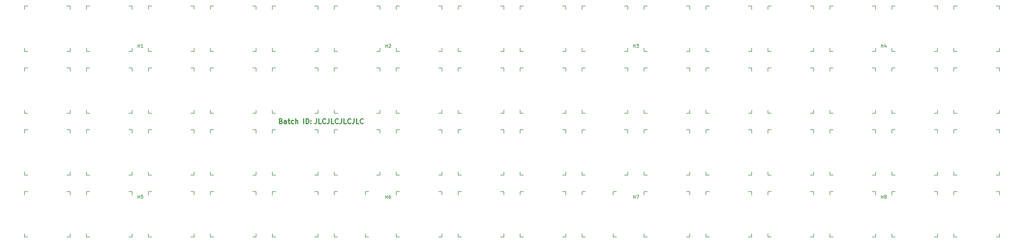
<source format=gbr>
%TF.GenerationSoftware,KiCad,Pcbnew,(6.0.0)*%
%TF.CreationDate,2022-09-01T01:50:03-04:00*%
%TF.ProjectId,HardLight,48617264-4c69-4676-9874-2e6b69636164,Mark 2 Rev F*%
%TF.SameCoordinates,Original*%
%TF.FileFunction,Legend,Top*%
%TF.FilePolarity,Positive*%
%FSLAX46Y46*%
G04 Gerber Fmt 4.6, Leading zero omitted, Abs format (unit mm)*
G04 Created by KiCad (PCBNEW (6.0.0)) date 2022-09-01 01:50:03*
%MOMM*%
%LPD*%
G01*
G04 APERTURE LIST*
%ADD10C,0.300000*%
%ADD11C,0.150000*%
G04 APERTURE END LIST*
D10*
X110736607Y-109430357D02*
X110950892Y-109501785D01*
X111022321Y-109573214D01*
X111093750Y-109716071D01*
X111093750Y-109930357D01*
X111022321Y-110073214D01*
X110950892Y-110144642D01*
X110808035Y-110216071D01*
X110236607Y-110216071D01*
X110236607Y-108716071D01*
X110736607Y-108716071D01*
X110879464Y-108787500D01*
X110950892Y-108858928D01*
X111022321Y-109001785D01*
X111022321Y-109144642D01*
X110950892Y-109287500D01*
X110879464Y-109358928D01*
X110736607Y-109430357D01*
X110236607Y-109430357D01*
X112379464Y-110216071D02*
X112379464Y-109430357D01*
X112308035Y-109287500D01*
X112165178Y-109216071D01*
X111879464Y-109216071D01*
X111736607Y-109287500D01*
X112379464Y-110144642D02*
X112236607Y-110216071D01*
X111879464Y-110216071D01*
X111736607Y-110144642D01*
X111665178Y-110001785D01*
X111665178Y-109858928D01*
X111736607Y-109716071D01*
X111879464Y-109644642D01*
X112236607Y-109644642D01*
X112379464Y-109573214D01*
X112879464Y-109216071D02*
X113450892Y-109216071D01*
X113093750Y-108716071D02*
X113093750Y-110001785D01*
X113165178Y-110144642D01*
X113308035Y-110216071D01*
X113450892Y-110216071D01*
X114593750Y-110144642D02*
X114450892Y-110216071D01*
X114165178Y-110216071D01*
X114022321Y-110144642D01*
X113950892Y-110073214D01*
X113879464Y-109930357D01*
X113879464Y-109501785D01*
X113950892Y-109358928D01*
X114022321Y-109287500D01*
X114165178Y-109216071D01*
X114450892Y-109216071D01*
X114593750Y-109287500D01*
X115236607Y-110216071D02*
X115236607Y-108716071D01*
X115879464Y-110216071D02*
X115879464Y-109430357D01*
X115808035Y-109287500D01*
X115665178Y-109216071D01*
X115450892Y-109216071D01*
X115308035Y-109287500D01*
X115236607Y-109358928D01*
X117736607Y-110216071D02*
X117736607Y-108716071D01*
X118450892Y-110216071D02*
X118450892Y-108716071D01*
X118808035Y-108716071D01*
X119022321Y-108787500D01*
X119165178Y-108930357D01*
X119236607Y-109073214D01*
X119308035Y-109358928D01*
X119308035Y-109573214D01*
X119236607Y-109858928D01*
X119165178Y-110001785D01*
X119022321Y-110144642D01*
X118808035Y-110216071D01*
X118450892Y-110216071D01*
X119950892Y-110073214D02*
X120022321Y-110144642D01*
X119950892Y-110216071D01*
X119879464Y-110144642D01*
X119950892Y-110073214D01*
X119950892Y-110216071D01*
X119950892Y-109287500D02*
X120022321Y-109358928D01*
X119950892Y-109430357D01*
X119879464Y-109358928D01*
X119950892Y-109287500D01*
X119950892Y-109430357D01*
X121658928Y-108716071D02*
X121658928Y-109787500D01*
X121587500Y-110001785D01*
X121444642Y-110144642D01*
X121230357Y-110216071D01*
X121087500Y-110216071D01*
X123087500Y-110216071D02*
X122373214Y-110216071D01*
X122373214Y-108716071D01*
X124444642Y-110073214D02*
X124373214Y-110144642D01*
X124158928Y-110216071D01*
X124016071Y-110216071D01*
X123801785Y-110144642D01*
X123658928Y-110001785D01*
X123587500Y-109858928D01*
X123516071Y-109573214D01*
X123516071Y-109358928D01*
X123587500Y-109073214D01*
X123658928Y-108930357D01*
X123801785Y-108787500D01*
X124016071Y-108716071D01*
X124158928Y-108716071D01*
X124373214Y-108787500D01*
X124444642Y-108858928D01*
X125516071Y-108716071D02*
X125516071Y-109787500D01*
X125444642Y-110001785D01*
X125301785Y-110144642D01*
X125087500Y-110216071D01*
X124944642Y-110216071D01*
X126944642Y-110216071D02*
X126230357Y-110216071D01*
X126230357Y-108716071D01*
X128301785Y-110073214D02*
X128230357Y-110144642D01*
X128016071Y-110216071D01*
X127873214Y-110216071D01*
X127658928Y-110144642D01*
X127516071Y-110001785D01*
X127444642Y-109858928D01*
X127373214Y-109573214D01*
X127373214Y-109358928D01*
X127444642Y-109073214D01*
X127516071Y-108930357D01*
X127658928Y-108787500D01*
X127873214Y-108716071D01*
X128016071Y-108716071D01*
X128230357Y-108787500D01*
X128301785Y-108858928D01*
X129373214Y-108716071D02*
X129373214Y-109787500D01*
X129301785Y-110001785D01*
X129158928Y-110144642D01*
X128944642Y-110216071D01*
X128801785Y-110216071D01*
X130801785Y-110216071D02*
X130087500Y-110216071D01*
X130087500Y-108716071D01*
X132158928Y-110073214D02*
X132087500Y-110144642D01*
X131873214Y-110216071D01*
X131730357Y-110216071D01*
X131516071Y-110144642D01*
X131373214Y-110001785D01*
X131301785Y-109858928D01*
X131230357Y-109573214D01*
X131230357Y-109358928D01*
X131301785Y-109073214D01*
X131373214Y-108930357D01*
X131516071Y-108787500D01*
X131730357Y-108716071D01*
X131873214Y-108716071D01*
X132087500Y-108787500D01*
X132158928Y-108858928D01*
X133230357Y-108716071D02*
X133230357Y-109787500D01*
X133158928Y-110001785D01*
X133016071Y-110144642D01*
X132801785Y-110216071D01*
X132658928Y-110216071D01*
X134658928Y-110216071D02*
X133944642Y-110216071D01*
X133944642Y-108716071D01*
X136016071Y-110073214D02*
X135944642Y-110144642D01*
X135730357Y-110216071D01*
X135587500Y-110216071D01*
X135373214Y-110144642D01*
X135230357Y-110001785D01*
X135158928Y-109858928D01*
X135087500Y-109573214D01*
X135087500Y-109358928D01*
X135158928Y-109073214D01*
X135230357Y-108930357D01*
X135373214Y-108787500D01*
X135587500Y-108716071D01*
X135730357Y-108716071D01*
X135944642Y-108787500D01*
X136016071Y-108858928D01*
D11*
%TO.C,H1*%
X66706845Y-86734180D02*
X66706845Y-85734180D01*
X66706845Y-86210371D02*
X67278273Y-86210371D01*
X67278273Y-86734180D02*
X67278273Y-85734180D01*
X68278273Y-86734180D02*
X67706845Y-86734180D01*
X67992559Y-86734180D02*
X67992559Y-85734180D01*
X67897321Y-85877038D01*
X67802083Y-85972276D01*
X67706845Y-86019895D01*
%TO.C,H2*%
X142906845Y-86739880D02*
X142906845Y-85739880D01*
X142906845Y-86216071D02*
X143478273Y-86216071D01*
X143478273Y-86739880D02*
X143478273Y-85739880D01*
X143906845Y-85835119D02*
X143954464Y-85787500D01*
X144049702Y-85739880D01*
X144287797Y-85739880D01*
X144383035Y-85787500D01*
X144430654Y-85835119D01*
X144478273Y-85930357D01*
X144478273Y-86025595D01*
X144430654Y-86168452D01*
X143859226Y-86739880D01*
X144478273Y-86739880D01*
%TO.C,H3*%
X219106845Y-86734180D02*
X219106845Y-85734180D01*
X219106845Y-86210371D02*
X219678273Y-86210371D01*
X219678273Y-86734180D02*
X219678273Y-85734180D01*
X220059226Y-85734180D02*
X220678273Y-85734180D01*
X220344940Y-86115133D01*
X220487797Y-86115133D01*
X220583035Y-86162752D01*
X220630654Y-86210371D01*
X220678273Y-86305609D01*
X220678273Y-86543704D01*
X220630654Y-86638942D01*
X220583035Y-86686561D01*
X220487797Y-86734180D01*
X220202083Y-86734180D01*
X220106845Y-86686561D01*
X220059226Y-86638942D01*
%TO.C,H4*%
X295302045Y-86734180D02*
X295302045Y-85734180D01*
X295302045Y-86210371D02*
X295873473Y-86210371D01*
X295873473Y-86734180D02*
X295873473Y-85734180D01*
X296778235Y-86067514D02*
X296778235Y-86734180D01*
X296540140Y-85686561D02*
X296302045Y-86400847D01*
X296921092Y-86400847D01*
%TO.C,H5*%
X66706845Y-133231780D02*
X66706845Y-132231780D01*
X66706845Y-132707971D02*
X67278273Y-132707971D01*
X67278273Y-133231780D02*
X67278273Y-132231780D01*
X68230654Y-132231780D02*
X67754464Y-132231780D01*
X67706845Y-132707971D01*
X67754464Y-132660352D01*
X67849702Y-132612733D01*
X68087797Y-132612733D01*
X68183035Y-132660352D01*
X68230654Y-132707971D01*
X68278273Y-132803209D01*
X68278273Y-133041304D01*
X68230654Y-133136542D01*
X68183035Y-133184161D01*
X68087797Y-133231780D01*
X67849702Y-133231780D01*
X67754464Y-133184161D01*
X67706845Y-133136542D01*
%TO.C,H6*%
X142906845Y-133237480D02*
X142906845Y-132237480D01*
X142906845Y-132713671D02*
X143478273Y-132713671D01*
X143478273Y-133237480D02*
X143478273Y-132237480D01*
X144383035Y-132237480D02*
X144192559Y-132237480D01*
X144097321Y-132285100D01*
X144049702Y-132332719D01*
X143954464Y-132475576D01*
X143906845Y-132666052D01*
X143906845Y-133047004D01*
X143954464Y-133142242D01*
X144002083Y-133189861D01*
X144097321Y-133237480D01*
X144287797Y-133237480D01*
X144383035Y-133189861D01*
X144430654Y-133142242D01*
X144478273Y-133047004D01*
X144478273Y-132808909D01*
X144430654Y-132713671D01*
X144383035Y-132666052D01*
X144287797Y-132618433D01*
X144097321Y-132618433D01*
X144002083Y-132666052D01*
X143954464Y-132713671D01*
X143906845Y-132808909D01*
%TO.C,H7*%
X219106845Y-133231780D02*
X219106845Y-132231780D01*
X219106845Y-132707971D02*
X219678273Y-132707971D01*
X219678273Y-133231780D02*
X219678273Y-132231780D01*
X220059226Y-132231780D02*
X220725892Y-132231780D01*
X220297321Y-133231780D01*
%TO.C,H8*%
X295302045Y-133231780D02*
X295302045Y-132231780D01*
X295302045Y-132707971D02*
X295873473Y-132707971D01*
X295873473Y-133231780D02*
X295873473Y-132231780D01*
X296492521Y-132660352D02*
X296397283Y-132612733D01*
X296349664Y-132565114D01*
X296302045Y-132469876D01*
X296302045Y-132422257D01*
X296349664Y-132327019D01*
X296397283Y-132279400D01*
X296492521Y-132231780D01*
X296682997Y-132231780D01*
X296778235Y-132279400D01*
X296825854Y-132327019D01*
X296873473Y-132422257D01*
X296873473Y-132469876D01*
X296825854Y-132565114D01*
X296778235Y-132612733D01*
X296682997Y-132660352D01*
X296492521Y-132660352D01*
X296397283Y-132707971D01*
X296349664Y-132755590D01*
X296302045Y-132850828D01*
X296302045Y-133041304D01*
X296349664Y-133136542D01*
X296397283Y-133184161D01*
X296492521Y-133231780D01*
X296682997Y-133231780D01*
X296778235Y-133184161D01*
X296825854Y-133136542D01*
X296873473Y-133041304D01*
X296873473Y-132850828D01*
X296825854Y-132755590D01*
X296778235Y-132707971D01*
X296682997Y-132660352D01*
%TO.C,K2*%
X64943750Y-86962500D02*
X64943750Y-87962500D01*
X50943750Y-74962500D02*
X50943750Y-73962500D01*
X50943750Y-87962500D02*
X50943750Y-86962500D01*
X64943750Y-73962500D02*
X64943750Y-74962500D01*
X50943750Y-87962500D02*
X51943750Y-87962500D01*
X51943750Y-73962500D02*
X50943750Y-73962500D01*
X63943750Y-87962500D02*
X64943750Y-87962500D01*
X64943750Y-73962500D02*
X63943750Y-73962500D01*
%TO.C,K3*%
X83993750Y-86949800D02*
X83993750Y-87949800D01*
X69993750Y-87949800D02*
X70993750Y-87949800D01*
X69993750Y-87949800D02*
X69993750Y-86949800D01*
X69993750Y-74949800D02*
X69993750Y-73949800D01*
X83993750Y-73949800D02*
X82993750Y-73949800D01*
X70993750Y-73949800D02*
X69993750Y-73949800D01*
X82993750Y-87949800D02*
X83993750Y-87949800D01*
X83993750Y-73949800D02*
X83993750Y-74949800D01*
%TO.C,K6*%
X141143750Y-73962500D02*
X141143750Y-74962500D01*
X141143750Y-86962500D02*
X141143750Y-87962500D01*
X140143750Y-87962500D02*
X141143750Y-87962500D01*
X127143750Y-87962500D02*
X128143750Y-87962500D01*
X141143750Y-73962500D02*
X140143750Y-73962500D01*
X127143750Y-87962500D02*
X127143750Y-86962500D01*
X128143750Y-73962500D02*
X127143750Y-73962500D01*
X127143750Y-74962500D02*
X127143750Y-73962500D01*
%TO.C,K7*%
X160193750Y-86962500D02*
X160193750Y-87962500D01*
X160193750Y-73962500D02*
X160193750Y-74962500D01*
X160193750Y-73962500D02*
X159193750Y-73962500D01*
X146193750Y-74962500D02*
X146193750Y-73962500D01*
X146193750Y-87962500D02*
X146193750Y-86962500D01*
X146193750Y-87962500D02*
X147193750Y-87962500D01*
X159193750Y-87962500D02*
X160193750Y-87962500D01*
X147193750Y-73962500D02*
X146193750Y-73962500D01*
%TO.C,K8*%
X179243750Y-86962500D02*
X179243750Y-87962500D01*
X165243750Y-87962500D02*
X165243750Y-86962500D01*
X165243750Y-87962500D02*
X166243750Y-87962500D01*
X166243750Y-73962500D02*
X165243750Y-73962500D01*
X179243750Y-73962500D02*
X178243750Y-73962500D01*
X178243750Y-87962500D02*
X179243750Y-87962500D01*
X165243750Y-74962500D02*
X165243750Y-73962500D01*
X179243750Y-73962500D02*
X179243750Y-74962500D01*
%TO.C,K9*%
X198293750Y-73962500D02*
X197293750Y-73962500D01*
X198293750Y-73962500D02*
X198293750Y-74962500D01*
X184293750Y-87962500D02*
X185293750Y-87962500D01*
X184293750Y-74962500D02*
X184293750Y-73962500D01*
X197293750Y-87962500D02*
X198293750Y-87962500D01*
X198293750Y-86962500D02*
X198293750Y-87962500D01*
X184293750Y-87962500D02*
X184293750Y-86962500D01*
X185293750Y-73962500D02*
X184293750Y-73962500D01*
%TO.C,K10*%
X217343750Y-73962500D02*
X216343750Y-73962500D01*
X204343750Y-73962500D02*
X203343750Y-73962500D01*
X216343750Y-87962500D02*
X217343750Y-87962500D01*
X217343750Y-73962500D02*
X217343750Y-74962500D01*
X203343750Y-74962500D02*
X203343750Y-73962500D01*
X217343750Y-86962500D02*
X217343750Y-87962500D01*
X203343750Y-87962500D02*
X204343750Y-87962500D01*
X203343750Y-87962500D02*
X203343750Y-86962500D01*
%TO.C,K11*%
X236393750Y-73962500D02*
X235393750Y-73962500D01*
X222393750Y-87962500D02*
X223393750Y-87962500D01*
X235393750Y-87962500D02*
X236393750Y-87962500D01*
X236393750Y-86962500D02*
X236393750Y-87962500D01*
X236393750Y-73962500D02*
X236393750Y-74962500D01*
X223393750Y-73962500D02*
X222393750Y-73962500D01*
X222393750Y-87962500D02*
X222393750Y-86962500D01*
X222393750Y-74962500D02*
X222393750Y-73962500D01*
%TO.C,K12*%
X242443750Y-73962500D02*
X241443750Y-73962500D01*
X241443750Y-74962500D02*
X241443750Y-73962500D01*
X254443750Y-87962500D02*
X255443750Y-87962500D01*
X241443750Y-87962500D02*
X242443750Y-87962500D01*
X255443750Y-73962500D02*
X254443750Y-73962500D01*
X255443750Y-86962500D02*
X255443750Y-87962500D01*
X241443750Y-87962500D02*
X241443750Y-86962500D01*
X255443750Y-73962500D02*
X255443750Y-74962500D01*
%TO.C,K13*%
X273493750Y-87962500D02*
X274493750Y-87962500D01*
X274493750Y-73962500D02*
X274493750Y-74962500D01*
X260493750Y-87962500D02*
X261493750Y-87962500D01*
X260493750Y-74962500D02*
X260493750Y-73962500D01*
X260493750Y-87962500D02*
X260493750Y-86962500D01*
X274493750Y-73962500D02*
X273493750Y-73962500D01*
X261493750Y-73962500D02*
X260493750Y-73962500D01*
X274493750Y-86962500D02*
X274493750Y-87962500D01*
%TO.C,K14*%
X279543750Y-87962500D02*
X279543750Y-86962500D01*
X293543750Y-73962500D02*
X292543750Y-73962500D01*
X279543750Y-74962500D02*
X279543750Y-73962500D01*
X279543750Y-87962500D02*
X280543750Y-87962500D01*
X293543750Y-73962500D02*
X293543750Y-74962500D01*
X293543750Y-86962500D02*
X293543750Y-87962500D01*
X292543750Y-87962500D02*
X293543750Y-87962500D01*
X280543750Y-73962500D02*
X279543750Y-73962500D01*
%TO.C,K15*%
X312593750Y-73962500D02*
X311593750Y-73962500D01*
X311593750Y-87962500D02*
X312593750Y-87962500D01*
X312593750Y-86962500D02*
X312593750Y-87962500D01*
X298593750Y-87962500D02*
X299593750Y-87962500D01*
X312593750Y-73962500D02*
X312593750Y-74962500D01*
X298593750Y-87962500D02*
X298593750Y-86962500D01*
X299593750Y-73962500D02*
X298593750Y-73962500D01*
X298593750Y-74962500D02*
X298593750Y-73962500D01*
%TO.C,K16*%
X331643750Y-86962500D02*
X331643750Y-87962500D01*
X317643750Y-87962500D02*
X318643750Y-87962500D01*
X331643750Y-73962500D02*
X330643750Y-73962500D01*
X317643750Y-74962500D02*
X317643750Y-73962500D01*
X317643750Y-87962500D02*
X317643750Y-86962500D01*
X331643750Y-73962500D02*
X331643750Y-74962500D01*
X318643750Y-73962500D02*
X317643750Y-73962500D01*
X330643750Y-87962500D02*
X331643750Y-87962500D01*
%TO.C,K17*%
X31893750Y-107012500D02*
X31893750Y-106012500D01*
X31893750Y-94012500D02*
X31893750Y-93012500D01*
X44893750Y-107012500D02*
X45893750Y-107012500D01*
X32893750Y-93012500D02*
X31893750Y-93012500D01*
X31893750Y-107012500D02*
X32893750Y-107012500D01*
X45893750Y-106012500D02*
X45893750Y-107012500D01*
X45893750Y-93012500D02*
X44893750Y-93012500D01*
X45893750Y-93012500D02*
X45893750Y-94012500D01*
%TO.C,K18*%
X64943750Y-93012500D02*
X63943750Y-93012500D01*
X50943750Y-107012500D02*
X50943750Y-106012500D01*
X50943750Y-94012500D02*
X50943750Y-93012500D01*
X64943750Y-106012500D02*
X64943750Y-107012500D01*
X51943750Y-93012500D02*
X50943750Y-93012500D01*
X64943750Y-93012500D02*
X64943750Y-94012500D01*
X50943750Y-107012500D02*
X51943750Y-107012500D01*
X63943750Y-107012500D02*
X64943750Y-107012500D01*
%TO.C,K19*%
X70993750Y-93012500D02*
X69993750Y-93012500D01*
X83993750Y-93012500D02*
X83993750Y-94012500D01*
X83993750Y-93012500D02*
X82993750Y-93012500D01*
X69993750Y-107012500D02*
X69993750Y-106012500D01*
X69993750Y-94012500D02*
X69993750Y-93012500D01*
X83993750Y-106012500D02*
X83993750Y-107012500D01*
X82993750Y-107012500D02*
X83993750Y-107012500D01*
X69993750Y-107012500D02*
X70993750Y-107012500D01*
%TO.C,K22*%
X128143750Y-93012500D02*
X127143750Y-93012500D01*
X141143750Y-106012500D02*
X141143750Y-107012500D01*
X127143750Y-107012500D02*
X128143750Y-107012500D01*
X141143750Y-93012500D02*
X141143750Y-94012500D01*
X127143750Y-107012500D02*
X127143750Y-106012500D01*
X141143750Y-93012500D02*
X140143750Y-93012500D01*
X127143750Y-94012500D02*
X127143750Y-93012500D01*
X140143750Y-107012500D02*
X141143750Y-107012500D01*
%TO.C,K23*%
X160193750Y-106012500D02*
X160193750Y-107012500D01*
X160193750Y-93012500D02*
X160193750Y-94012500D01*
X146193750Y-107012500D02*
X146193750Y-106012500D01*
X160193750Y-93012500D02*
X159193750Y-93012500D01*
X159193750Y-107012500D02*
X160193750Y-107012500D01*
X147193750Y-93012500D02*
X146193750Y-93012500D01*
X146193750Y-94012500D02*
X146193750Y-93012500D01*
X146193750Y-107012500D02*
X147193750Y-107012500D01*
%TO.C,K24*%
X179243750Y-106012500D02*
X179243750Y-107012500D01*
X165243750Y-94012500D02*
X165243750Y-93012500D01*
X165243750Y-107012500D02*
X165243750Y-106012500D01*
X178243750Y-107012500D02*
X179243750Y-107012500D01*
X179243750Y-93012500D02*
X179243750Y-94012500D01*
X165243750Y-107012500D02*
X166243750Y-107012500D01*
X179243750Y-93012500D02*
X178243750Y-93012500D01*
X166243750Y-93012500D02*
X165243750Y-93012500D01*
%TO.C,K25*%
X198293750Y-93012500D02*
X197293750Y-93012500D01*
X185293750Y-93012500D02*
X184293750Y-93012500D01*
X184293750Y-94012500D02*
X184293750Y-93012500D01*
X198293750Y-93012500D02*
X198293750Y-94012500D01*
X197293750Y-107012500D02*
X198293750Y-107012500D01*
X184293750Y-107012500D02*
X184293750Y-106012500D01*
X198293750Y-106012500D02*
X198293750Y-107012500D01*
X184293750Y-107012500D02*
X185293750Y-107012500D01*
%TO.C,K26*%
X217343750Y-106012500D02*
X217343750Y-107012500D01*
X203343750Y-107012500D02*
X204343750Y-107012500D01*
X203343750Y-94012500D02*
X203343750Y-93012500D01*
X203343750Y-107012500D02*
X203343750Y-106012500D01*
X217343750Y-93012500D02*
X217343750Y-94012500D01*
X204343750Y-93012500D02*
X203343750Y-93012500D01*
X216343750Y-107012500D02*
X217343750Y-107012500D01*
X217343750Y-93012500D02*
X216343750Y-93012500D01*
%TO.C,K27*%
X222393750Y-107012500D02*
X223393750Y-107012500D01*
X236393750Y-106012500D02*
X236393750Y-107012500D01*
X236393750Y-93012500D02*
X236393750Y-94012500D01*
X222393750Y-94012500D02*
X222393750Y-93012500D01*
X235393750Y-107012500D02*
X236393750Y-107012500D01*
X223393750Y-93012500D02*
X222393750Y-93012500D01*
X236393750Y-93012500D02*
X235393750Y-93012500D01*
X222393750Y-107012500D02*
X222393750Y-106012500D01*
%TO.C,K28*%
X255443750Y-93012500D02*
X254443750Y-93012500D01*
X241443750Y-107012500D02*
X241443750Y-106012500D01*
X242443750Y-93012500D02*
X241443750Y-93012500D01*
X255443750Y-93012500D02*
X255443750Y-94012500D01*
X241443750Y-94012500D02*
X241443750Y-93012500D01*
X241443750Y-107012500D02*
X242443750Y-107012500D01*
X255443750Y-106012500D02*
X255443750Y-107012500D01*
X254443750Y-107012500D02*
X255443750Y-107012500D01*
%TO.C,K29*%
X274493750Y-93012500D02*
X273493750Y-93012500D01*
X260493750Y-107012500D02*
X260493750Y-106012500D01*
X261493750Y-93012500D02*
X260493750Y-93012500D01*
X260493750Y-107012500D02*
X261493750Y-107012500D01*
X274493750Y-93012500D02*
X274493750Y-94012500D01*
X274493750Y-106012500D02*
X274493750Y-107012500D01*
X273493750Y-107012500D02*
X274493750Y-107012500D01*
X260493750Y-94012500D02*
X260493750Y-93012500D01*
%TO.C,K30*%
X280543750Y-93012500D02*
X279543750Y-93012500D01*
X293543750Y-106012500D02*
X293543750Y-107012500D01*
X279543750Y-107012500D02*
X279543750Y-106012500D01*
X279543750Y-94012500D02*
X279543750Y-93012500D01*
X279543750Y-107012500D02*
X280543750Y-107012500D01*
X293543750Y-93012500D02*
X293543750Y-94012500D01*
X293543750Y-93012500D02*
X292543750Y-93012500D01*
X292543750Y-107012500D02*
X293543750Y-107012500D01*
%TO.C,K31*%
X312593750Y-106012500D02*
X312593750Y-107012500D01*
X311593750Y-107012500D02*
X312593750Y-107012500D01*
X312593750Y-93012500D02*
X312593750Y-94012500D01*
X312593750Y-93012500D02*
X311593750Y-93012500D01*
X298593750Y-107012500D02*
X299593750Y-107012500D01*
X298593750Y-94012500D02*
X298593750Y-93012500D01*
X298593750Y-107012500D02*
X298593750Y-106012500D01*
X299593750Y-93012500D02*
X298593750Y-93012500D01*
%TO.C,K32*%
X317643750Y-94012500D02*
X317643750Y-93012500D01*
X331643750Y-93012500D02*
X331643750Y-94012500D01*
X330643750Y-107012500D02*
X331643750Y-107012500D01*
X331643750Y-93012500D02*
X330643750Y-93012500D01*
X318643750Y-93012500D02*
X317643750Y-93012500D01*
X317643750Y-107012500D02*
X318643750Y-107012500D01*
X317643750Y-107012500D02*
X317643750Y-106012500D01*
X331643750Y-106012500D02*
X331643750Y-107012500D01*
%TO.C,K33*%
X45893750Y-112062500D02*
X44893750Y-112062500D01*
X45893750Y-125062500D02*
X45893750Y-126062500D01*
X31893750Y-126062500D02*
X31893750Y-125062500D01*
X45893750Y-112062500D02*
X45893750Y-113062500D01*
X44893750Y-126062500D02*
X45893750Y-126062500D01*
X31893750Y-113062500D02*
X31893750Y-112062500D01*
X31893750Y-126062500D02*
X32893750Y-126062500D01*
X32893750Y-112062500D02*
X31893750Y-112062500D01*
%TO.C,K34*%
X50943750Y-113062500D02*
X50943750Y-112062500D01*
X50943750Y-126062500D02*
X51943750Y-126062500D01*
X63943750Y-126062500D02*
X64943750Y-126062500D01*
X64943750Y-125062500D02*
X64943750Y-126062500D01*
X51943750Y-112062500D02*
X50943750Y-112062500D01*
X64943750Y-112062500D02*
X63943750Y-112062500D01*
X50943750Y-126062500D02*
X50943750Y-125062500D01*
X64943750Y-112062500D02*
X64943750Y-113062500D01*
%TO.C,K35*%
X69993750Y-126062500D02*
X70993750Y-126062500D01*
X69993750Y-126062500D02*
X69993750Y-125062500D01*
X83993750Y-112062500D02*
X82993750Y-112062500D01*
X70993750Y-112062500D02*
X69993750Y-112062500D01*
X83993750Y-112062500D02*
X83993750Y-113062500D01*
X83993750Y-125062500D02*
X83993750Y-126062500D01*
X82993750Y-126062500D02*
X83993750Y-126062500D01*
X69993750Y-113062500D02*
X69993750Y-112062500D01*
%TO.C,K36*%
X90043750Y-112062500D02*
X89043750Y-112062500D01*
X103043750Y-112062500D02*
X102043750Y-112062500D01*
X89043750Y-126062500D02*
X90043750Y-126062500D01*
X102043750Y-126062500D02*
X103043750Y-126062500D01*
X89043750Y-126062500D02*
X89043750Y-125062500D01*
X103043750Y-125062500D02*
X103043750Y-126062500D01*
X89043750Y-113062500D02*
X89043750Y-112062500D01*
X103043750Y-112062500D02*
X103043750Y-113062500D01*
%TO.C,K37*%
X122093750Y-112062500D02*
X122093750Y-113062500D01*
X109093750Y-112062500D02*
X108093750Y-112062500D01*
X122093750Y-125062500D02*
X122093750Y-126062500D01*
X108093750Y-126062500D02*
X109093750Y-126062500D01*
X108093750Y-126062500D02*
X108093750Y-125062500D01*
X122093750Y-112062500D02*
X121093750Y-112062500D01*
X108093750Y-113062500D02*
X108093750Y-112062500D01*
X121093750Y-126062500D02*
X122093750Y-126062500D01*
%TO.C,K38*%
X127143750Y-113062500D02*
X127143750Y-112062500D01*
X140143750Y-126062500D02*
X141143750Y-126062500D01*
X128143750Y-112062500D02*
X127143750Y-112062500D01*
X141143750Y-112062500D02*
X140143750Y-112062500D01*
X127143750Y-126062500D02*
X128143750Y-126062500D01*
X141143750Y-112062500D02*
X141143750Y-113062500D01*
X141143750Y-125062500D02*
X141143750Y-126062500D01*
X127143750Y-126062500D02*
X127143750Y-125062500D01*
%TO.C,K39*%
X147193750Y-112062500D02*
X146193750Y-112062500D01*
X160193750Y-112062500D02*
X159193750Y-112062500D01*
X146193750Y-113062500D02*
X146193750Y-112062500D01*
X159193750Y-126062500D02*
X160193750Y-126062500D01*
X146193750Y-126062500D02*
X146193750Y-125062500D01*
X160193750Y-125062500D02*
X160193750Y-126062500D01*
X160193750Y-112062500D02*
X160193750Y-113062500D01*
X146193750Y-126062500D02*
X147193750Y-126062500D01*
%TO.C,K40*%
X179243750Y-112062500D02*
X179243750Y-113062500D01*
X178243750Y-126062500D02*
X179243750Y-126062500D01*
X165243750Y-126062500D02*
X166243750Y-126062500D01*
X166243750Y-112062500D02*
X165243750Y-112062500D01*
X179243750Y-112062500D02*
X178243750Y-112062500D01*
X179243750Y-125062500D02*
X179243750Y-126062500D01*
X165243750Y-113062500D02*
X165243750Y-112062500D01*
X165243750Y-126062500D02*
X165243750Y-125062500D01*
%TO.C,K41*%
X184293750Y-126062500D02*
X184293750Y-125062500D01*
X197293750Y-126062500D02*
X198293750Y-126062500D01*
X198293750Y-112062500D02*
X198293750Y-113062500D01*
X184293750Y-126062500D02*
X185293750Y-126062500D01*
X198293750Y-125062500D02*
X198293750Y-126062500D01*
X198293750Y-112062500D02*
X197293750Y-112062500D01*
X185293750Y-112062500D02*
X184293750Y-112062500D01*
X184293750Y-113062500D02*
X184293750Y-112062500D01*
%TO.C,K42*%
X203343750Y-126062500D02*
X204343750Y-126062500D01*
X203343750Y-126062500D02*
X203343750Y-125062500D01*
X217343750Y-112062500D02*
X217343750Y-113062500D01*
X217343750Y-112062500D02*
X216343750Y-112062500D01*
X204343750Y-112062500D02*
X203343750Y-112062500D01*
X203343750Y-113062500D02*
X203343750Y-112062500D01*
X216343750Y-126062500D02*
X217343750Y-126062500D01*
X217343750Y-125062500D02*
X217343750Y-126062500D01*
%TO.C,K43*%
X236393750Y-125062500D02*
X236393750Y-126062500D01*
X223393750Y-112062500D02*
X222393750Y-112062500D01*
X235393750Y-126062500D02*
X236393750Y-126062500D01*
X222393750Y-126062500D02*
X222393750Y-125062500D01*
X222393750Y-126062500D02*
X223393750Y-126062500D01*
X236393750Y-112062500D02*
X235393750Y-112062500D01*
X222393750Y-113062500D02*
X222393750Y-112062500D01*
X236393750Y-112062500D02*
X236393750Y-113062500D01*
%TO.C,K44*%
X241443750Y-113062500D02*
X241443750Y-112062500D01*
X254443750Y-126062500D02*
X255443750Y-126062500D01*
X255443750Y-125062500D02*
X255443750Y-126062500D01*
X241443750Y-126062500D02*
X242443750Y-126062500D01*
X242443750Y-112062500D02*
X241443750Y-112062500D01*
X241443750Y-126062500D02*
X241443750Y-125062500D01*
X255443750Y-112062500D02*
X254443750Y-112062500D01*
X255443750Y-112062500D02*
X255443750Y-113062500D01*
%TO.C,K45*%
X274493750Y-112062500D02*
X273493750Y-112062500D01*
X261493750Y-112062500D02*
X260493750Y-112062500D01*
X273493750Y-126062500D02*
X274493750Y-126062500D01*
X260493750Y-126062500D02*
X261493750Y-126062500D01*
X260493750Y-113062500D02*
X260493750Y-112062500D01*
X260493750Y-126062500D02*
X260493750Y-125062500D01*
X274493750Y-125062500D02*
X274493750Y-126062500D01*
X274493750Y-112062500D02*
X274493750Y-113062500D01*
%TO.C,K46*%
X279543750Y-113062500D02*
X279543750Y-112062500D01*
X293543750Y-125062500D02*
X293543750Y-126062500D01*
X279543750Y-126062500D02*
X279543750Y-125062500D01*
X293543750Y-112062500D02*
X293543750Y-113062500D01*
X280543750Y-112062500D02*
X279543750Y-112062500D01*
X293543750Y-112062500D02*
X292543750Y-112062500D01*
X279543750Y-126062500D02*
X280543750Y-126062500D01*
X292543750Y-126062500D02*
X293543750Y-126062500D01*
%TO.C,K47*%
X298593750Y-126062500D02*
X298593750Y-125062500D01*
X312593750Y-112062500D02*
X311593750Y-112062500D01*
X312593750Y-125062500D02*
X312593750Y-126062500D01*
X298593750Y-126062500D02*
X299593750Y-126062500D01*
X299593750Y-112062500D02*
X298593750Y-112062500D01*
X312593750Y-112062500D02*
X312593750Y-113062500D01*
X298593750Y-113062500D02*
X298593750Y-112062500D01*
X311593750Y-126062500D02*
X312593750Y-126062500D01*
%TO.C,K48*%
X331643750Y-112062500D02*
X330643750Y-112062500D01*
X317643750Y-113062500D02*
X317643750Y-112062500D01*
X317643750Y-126062500D02*
X318643750Y-126062500D01*
X318643750Y-112062500D02*
X317643750Y-112062500D01*
X331643750Y-125062500D02*
X331643750Y-126062500D01*
X330643750Y-126062500D02*
X331643750Y-126062500D01*
X331643750Y-112062500D02*
X331643750Y-113062500D01*
X317643750Y-126062500D02*
X317643750Y-125062500D01*
%TO.C,K49*%
X31893750Y-145112500D02*
X31893750Y-144112500D01*
X45893750Y-131112500D02*
X45893750Y-132112500D01*
X45893750Y-131112500D02*
X44893750Y-131112500D01*
X32893750Y-131112500D02*
X31893750Y-131112500D01*
X45893750Y-144112500D02*
X45893750Y-145112500D01*
X31893750Y-145112500D02*
X32893750Y-145112500D01*
X31893750Y-132112500D02*
X31893750Y-131112500D01*
X44893750Y-145112500D02*
X45893750Y-145112500D01*
%TO.C,K50*%
X64943750Y-144112500D02*
X64943750Y-145112500D01*
X64943750Y-131112500D02*
X63943750Y-131112500D01*
X50943750Y-145112500D02*
X51943750Y-145112500D01*
X51943750Y-131112500D02*
X50943750Y-131112500D01*
X63943750Y-145112500D02*
X64943750Y-145112500D01*
X50943750Y-132112500D02*
X50943750Y-131112500D01*
X64943750Y-131112500D02*
X64943750Y-132112500D01*
X50943750Y-145112500D02*
X50943750Y-144112500D01*
%TO.C,K51*%
X82993750Y-145112500D02*
X83993750Y-145112500D01*
X70993750Y-131112500D02*
X69993750Y-131112500D01*
X83993750Y-144112500D02*
X83993750Y-145112500D01*
X83993750Y-131112500D02*
X82993750Y-131112500D01*
X69993750Y-145112500D02*
X69993750Y-144112500D01*
X83993750Y-131112500D02*
X83993750Y-132112500D01*
X69993750Y-145112500D02*
X70993750Y-145112500D01*
X69993750Y-132112500D02*
X69993750Y-131112500D01*
%TO.C,K52*%
X89043750Y-145112500D02*
X89043750Y-144112500D01*
X102043750Y-145112500D02*
X103043750Y-145112500D01*
X103043750Y-144112500D02*
X103043750Y-145112500D01*
X89043750Y-145112500D02*
X90043750Y-145112500D01*
X89043750Y-132112500D02*
X89043750Y-131112500D01*
X103043750Y-131112500D02*
X103043750Y-132112500D01*
X90043750Y-131112500D02*
X89043750Y-131112500D01*
X103043750Y-131112500D02*
X102043750Y-131112500D01*
%TO.C,K53*%
X108093750Y-145112500D02*
X108093750Y-144112500D01*
X122093750Y-144112500D02*
X122093750Y-145112500D01*
X122093750Y-131112500D02*
X121093750Y-131112500D01*
X109093750Y-131112500D02*
X108093750Y-131112500D01*
X108093750Y-145112500D02*
X109093750Y-145112500D01*
X108093750Y-132112500D02*
X108093750Y-131112500D01*
X122093750Y-131112500D02*
X122093750Y-132112500D01*
X121093750Y-145112500D02*
X122093750Y-145112500D01*
%TO.C,K54*%
X127143750Y-132112500D02*
X127143750Y-131112500D01*
X127143750Y-145112500D02*
X128143750Y-145112500D01*
X128143750Y-131112500D02*
X127143750Y-131112500D01*
X127143750Y-145112500D02*
X127143750Y-144112500D01*
%TO.C,K55*%
X159193750Y-145112500D02*
X160193750Y-145112500D01*
X160193750Y-144112500D02*
X160193750Y-145112500D01*
X160193750Y-131112500D02*
X159193750Y-131112500D01*
X160193750Y-131112500D02*
X160193750Y-132112500D01*
X146193750Y-145112500D02*
X146193750Y-144112500D01*
X146193750Y-145112500D02*
X147193750Y-145112500D01*
X147193750Y-131112500D02*
X146193750Y-131112500D01*
X146193750Y-132112500D02*
X146193750Y-131112500D01*
%TO.C,K56*%
X178243750Y-145112500D02*
X179243750Y-145112500D01*
X165243750Y-132112500D02*
X165243750Y-131112500D01*
X179243750Y-131112500D02*
X178243750Y-131112500D01*
X166243750Y-131112500D02*
X165243750Y-131112500D01*
X165243750Y-145112500D02*
X166243750Y-145112500D01*
X179243750Y-144112500D02*
X179243750Y-145112500D01*
X165243750Y-145112500D02*
X165243750Y-144112500D01*
X179243750Y-131112500D02*
X179243750Y-132112500D01*
%TO.C,K57*%
X198293750Y-144112500D02*
X198293750Y-145112500D01*
X197293750Y-145112500D02*
X198293750Y-145112500D01*
X198293750Y-131112500D02*
X198293750Y-132112500D01*
X185293750Y-131112500D02*
X184293750Y-131112500D01*
X198293750Y-131112500D02*
X197293750Y-131112500D01*
X184293750Y-145112500D02*
X185293750Y-145112500D01*
X184293750Y-145112500D02*
X184293750Y-144112500D01*
X184293750Y-132112500D02*
X184293750Y-131112500D01*
%TO.C,K58*%
X203343750Y-132112500D02*
X203343750Y-131112500D01*
X203343750Y-145112500D02*
X204343750Y-145112500D01*
X204343750Y-131112500D02*
X203343750Y-131112500D01*
X203343750Y-145112500D02*
X203343750Y-144112500D01*
%TO.C,K59*%
X236393750Y-131112500D02*
X235393750Y-131112500D01*
X222393750Y-145112500D02*
X223393750Y-145112500D01*
X223393750Y-131112500D02*
X222393750Y-131112500D01*
X236393750Y-144112500D02*
X236393750Y-145112500D01*
X235393750Y-145112500D02*
X236393750Y-145112500D01*
X222393750Y-145112500D02*
X222393750Y-144112500D01*
X236393750Y-131112500D02*
X236393750Y-132112500D01*
X222393750Y-132112500D02*
X222393750Y-131112500D01*
%TO.C,K60*%
X254443750Y-145112500D02*
X255443750Y-145112500D01*
X255443750Y-131112500D02*
X254443750Y-131112500D01*
X241443750Y-145112500D02*
X242443750Y-145112500D01*
X241443750Y-132112500D02*
X241443750Y-131112500D01*
X255443750Y-131112500D02*
X255443750Y-132112500D01*
X242443750Y-131112500D02*
X241443750Y-131112500D01*
X255443750Y-144112500D02*
X255443750Y-145112500D01*
X241443750Y-145112500D02*
X241443750Y-144112500D01*
%TO.C,K61*%
X274493750Y-131112500D02*
X273493750Y-131112500D01*
X261493750Y-131112500D02*
X260493750Y-131112500D01*
X274493750Y-131112500D02*
X274493750Y-132112500D01*
X260493750Y-132112500D02*
X260493750Y-131112500D01*
X274493750Y-144112500D02*
X274493750Y-145112500D01*
X260493750Y-145112500D02*
X261493750Y-145112500D01*
X260493750Y-145112500D02*
X260493750Y-144112500D01*
X273493750Y-145112500D02*
X274493750Y-145112500D01*
%TO.C,K62*%
X279543750Y-145112500D02*
X280543750Y-145112500D01*
X279543750Y-132112500D02*
X279543750Y-131112500D01*
X292543750Y-145112500D02*
X293543750Y-145112500D01*
X293543750Y-131112500D02*
X292543750Y-131112500D01*
X280543750Y-131112500D02*
X279543750Y-131112500D01*
X293543750Y-144112500D02*
X293543750Y-145112500D01*
X293543750Y-131112500D02*
X293543750Y-132112500D01*
X279543750Y-145112500D02*
X279543750Y-144112500D01*
%TO.C,K63*%
X298593750Y-132112500D02*
X298593750Y-131112500D01*
X312593750Y-131112500D02*
X311593750Y-131112500D01*
X298593750Y-145112500D02*
X299593750Y-145112500D01*
X311593750Y-145112500D02*
X312593750Y-145112500D01*
X312593750Y-131112500D02*
X312593750Y-132112500D01*
X299593750Y-131112500D02*
X298593750Y-131112500D01*
X312593750Y-144112500D02*
X312593750Y-145112500D01*
X298593750Y-145112500D02*
X298593750Y-144112500D01*
%TO.C,K64*%
X318643750Y-131112500D02*
X317643750Y-131112500D01*
X317643750Y-145112500D02*
X317643750Y-144112500D01*
X317643750Y-145112500D02*
X318643750Y-145112500D01*
X330643750Y-145112500D02*
X331643750Y-145112500D01*
X331643750Y-144112500D02*
X331643750Y-145112500D01*
X317643750Y-132112500D02*
X317643750Y-131112500D01*
X331643750Y-131112500D02*
X331643750Y-132112500D01*
X331643750Y-131112500D02*
X330643750Y-131112500D01*
%TO.C,K1*%
X31893750Y-87962500D02*
X32893750Y-87962500D01*
X45893750Y-86962500D02*
X45893750Y-87962500D01*
X44893750Y-87962500D02*
X45893750Y-87962500D01*
X32893750Y-73962500D02*
X31893750Y-73962500D01*
X31893750Y-87962500D02*
X31893750Y-86962500D01*
X31893750Y-74962500D02*
X31893750Y-73962500D01*
X45893750Y-73962500D02*
X45893750Y-74962500D01*
X45893750Y-73962500D02*
X44893750Y-73962500D01*
%TO.C,K4*%
X103043750Y-86962500D02*
X103043750Y-87962500D01*
X103043750Y-73962500D02*
X102043750Y-73962500D01*
X89043750Y-87962500D02*
X89043750Y-86962500D01*
X89043750Y-87962500D02*
X90043750Y-87962500D01*
X103043750Y-73962500D02*
X103043750Y-74962500D01*
X90043750Y-73962500D02*
X89043750Y-73962500D01*
X89043750Y-74962500D02*
X89043750Y-73962500D01*
X102043750Y-87962500D02*
X103043750Y-87962500D01*
%TO.C,K5*%
X122093750Y-73962500D02*
X121093750Y-73962500D01*
X109093750Y-73962500D02*
X108093750Y-73962500D01*
X122093750Y-86962500D02*
X122093750Y-87962500D01*
X108093750Y-87962500D02*
X108093750Y-86962500D01*
X108093750Y-74962500D02*
X108093750Y-73962500D01*
X108093750Y-87962500D02*
X109093750Y-87962500D01*
X121093750Y-87962500D02*
X122093750Y-87962500D01*
X122093750Y-73962500D02*
X122093750Y-74962500D01*
%TO.C,K21*%
X108093750Y-107012500D02*
X109093750Y-107012500D01*
X108093750Y-94012500D02*
X108093750Y-93012500D01*
X122093750Y-106012500D02*
X122093750Y-107012500D01*
X109093750Y-93012500D02*
X108093750Y-93012500D01*
X122093750Y-93012500D02*
X121093750Y-93012500D01*
X121093750Y-107012500D02*
X122093750Y-107012500D01*
X122093750Y-93012500D02*
X122093750Y-94012500D01*
X108093750Y-107012500D02*
X108093750Y-106012500D01*
%TO.C,K20*%
X89043750Y-107012500D02*
X89043750Y-106012500D01*
X103043750Y-93012500D02*
X103043750Y-94012500D01*
X90043750Y-93012500D02*
X89043750Y-93012500D01*
X89043750Y-107012500D02*
X90043750Y-107012500D01*
X102043750Y-107012500D02*
X103043750Y-107012500D01*
X89043750Y-94012500D02*
X89043750Y-93012500D01*
X103043750Y-93012500D02*
X102043750Y-93012500D01*
X103043750Y-106012500D02*
X103043750Y-107012500D01*
%TO.C,K54.1*%
X136668750Y-145112500D02*
X137668750Y-145112500D01*
X137668750Y-131112500D02*
X136668750Y-131112500D01*
X136668750Y-132112500D02*
X136668750Y-131112500D01*
X136668750Y-145112500D02*
X136668750Y-144112500D01*
%TO.C,K58.1*%
X212868750Y-145112500D02*
X212868750Y-144112500D01*
X212868750Y-132112500D02*
X212868750Y-131112500D01*
X213868750Y-131112500D02*
X212868750Y-131112500D01*
X212868750Y-145112500D02*
X213868750Y-145112500D01*
%TD*%
M02*

</source>
